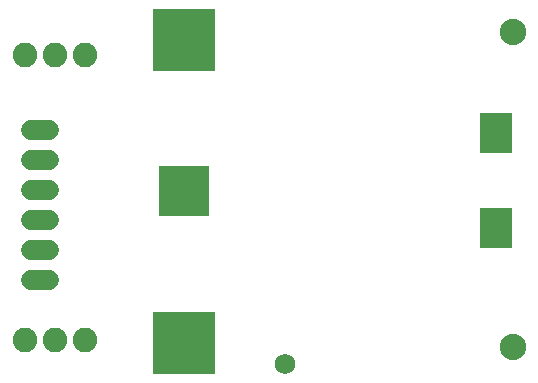
<source format=gbs>
G75*
G70*
%OFA0B0*%
%FSLAX24Y24*%
%IPPOS*%
%LPD*%
%AMOC8*
5,1,8,0,0,1.08239X$1,22.5*
%
%ADD10C,0.0880*%
%ADD11C,0.0680*%
%ADD12R,0.2080X0.2080*%
%ADD13R,0.1680X0.1680*%
%ADD14R,0.1064X0.1340*%
%ADD15C,0.0820*%
%ADD16C,0.0680*%
D10*
X019090Y001438D03*
X019090Y011938D03*
D11*
X003640Y008688D02*
X003040Y008688D01*
X003040Y007688D02*
X003640Y007688D01*
X003640Y006688D02*
X003040Y006688D01*
X003040Y005688D02*
X003640Y005688D01*
X003640Y004688D02*
X003040Y004688D01*
X003040Y003688D02*
X003640Y003688D01*
D12*
X008140Y001588D03*
X008140Y011688D03*
D13*
X008140Y006638D03*
D14*
X018540Y005414D03*
X018540Y008563D03*
D15*
X002840Y001688D03*
X003840Y001688D03*
X004840Y001688D03*
X004840Y011188D03*
X003840Y011188D03*
X002840Y011188D03*
D16*
X011490Y000888D03*
M02*

</source>
